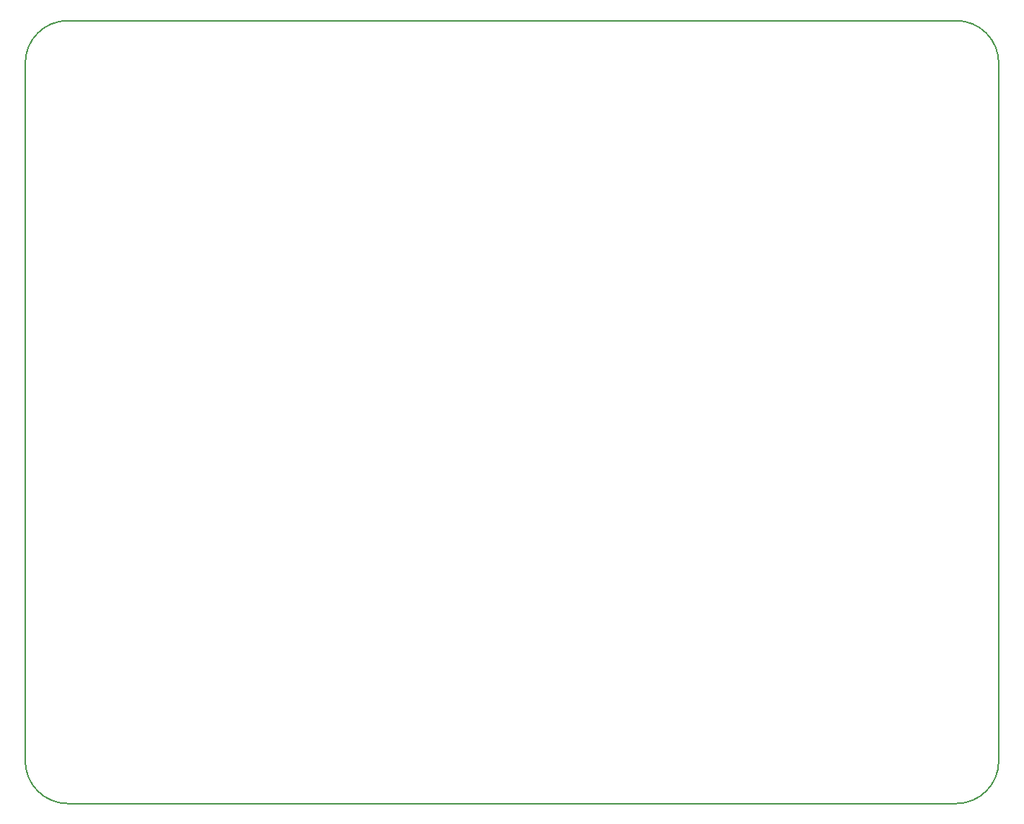
<source format=gbr>
%TF.GenerationSoftware,KiCad,Pcbnew,7.0.8*%
%TF.CreationDate,2023-11-07T11:30:32+01:00*%
%TF.ProjectId,Schield,53636869-656c-4642-9e6b-696361645f70,rev?*%
%TF.SameCoordinates,Original*%
%TF.FileFunction,Profile,NP*%
%FSLAX46Y46*%
G04 Gerber Fmt 4.6, Leading zero omitted, Abs format (unit mm)*
G04 Created by KiCad (PCBNEW 7.0.8) date 2023-11-07 11:30:32*
%MOMM*%
%LPD*%
G01*
G04 APERTURE LIST*
%TA.AperFunction,Profile*%
%ADD10C,0.200000*%
%TD*%
G04 APERTURE END LIST*
D10*
X278638000Y-85010000D02*
G75*
G03*
X273638000Y-80010000I-5000000J0D01*
G01*
X169338000Y-80010000D02*
G75*
G03*
X164338000Y-85010000I0J-5000000D01*
G01*
X273638000Y-171958000D02*
X169338000Y-171958000D01*
X273638000Y-171958000D02*
G75*
G03*
X278638000Y-166958000I0J5000000D01*
G01*
X164338000Y-166958000D02*
G75*
G03*
X169338000Y-171958000I5000000J0D01*
G01*
X278638000Y-85010000D02*
X278638000Y-166958000D01*
X169338000Y-80010000D02*
X273638000Y-80010000D01*
X164338000Y-166958000D02*
X164338000Y-85010000D01*
M02*

</source>
